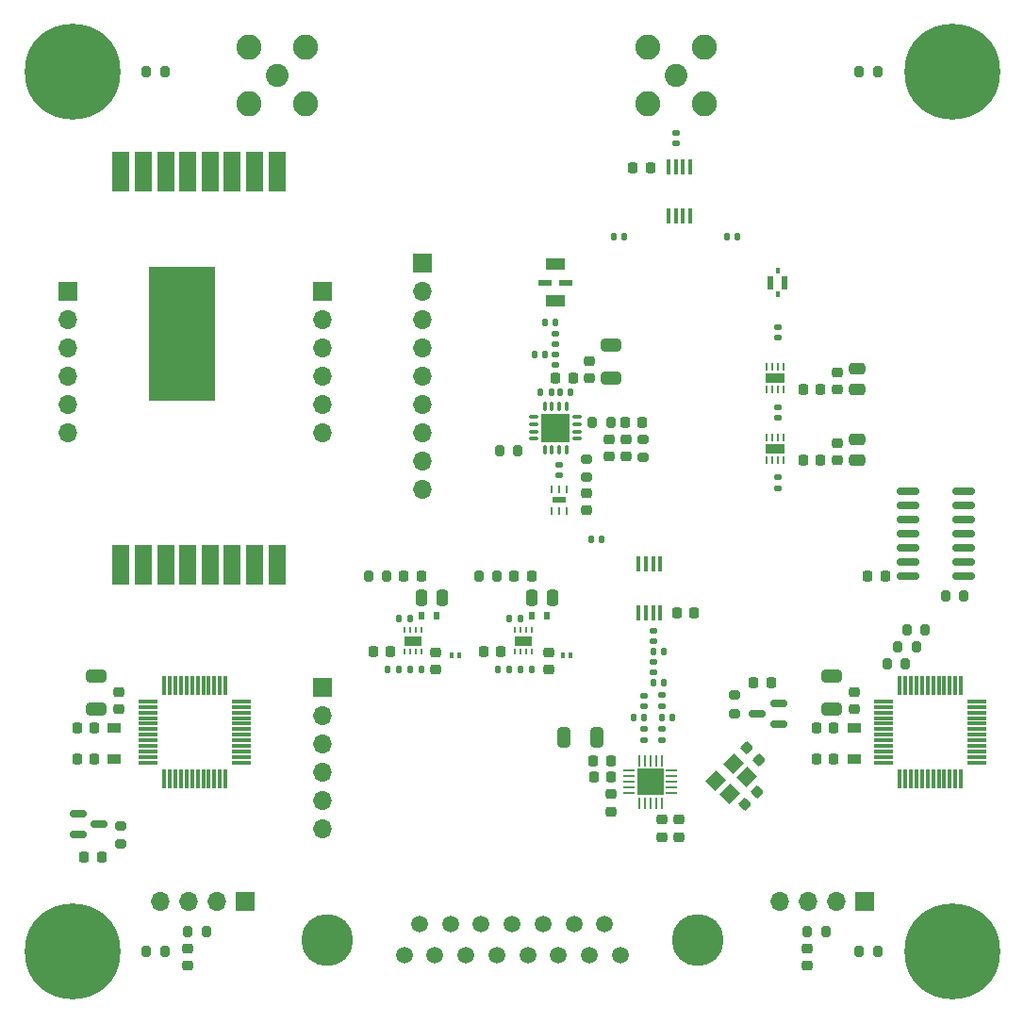
<source format=gbr>
%TF.GenerationSoftware,KiCad,Pcbnew,(6.0.8)*%
%TF.CreationDate,2023-02-25T01:36:39-08:00*%
%TF.ProjectId,RF_Board,52465f42-6f61-4726-942e-6b696361645f,rev?*%
%TF.SameCoordinates,Original*%
%TF.FileFunction,Soldermask,Top*%
%TF.FilePolarity,Negative*%
%FSLAX46Y46*%
G04 Gerber Fmt 4.6, Leading zero omitted, Abs format (unit mm)*
G04 Created by KiCad (PCBNEW (6.0.8)) date 2023-02-25 01:36:39*
%MOMM*%
%LPD*%
G01*
G04 APERTURE LIST*
G04 Aperture macros list*
%AMRoundRect*
0 Rectangle with rounded corners*
0 $1 Rounding radius*
0 $2 $3 $4 $5 $6 $7 $8 $9 X,Y pos of 4 corners*
0 Add a 4 corners polygon primitive as box body*
4,1,4,$2,$3,$4,$5,$6,$7,$8,$9,$2,$3,0*
0 Add four circle primitives for the rounded corners*
1,1,$1+$1,$2,$3*
1,1,$1+$1,$4,$5*
1,1,$1+$1,$6,$7*
1,1,$1+$1,$8,$9*
0 Add four rect primitives between the rounded corners*
20,1,$1+$1,$2,$3,$4,$5,0*
20,1,$1+$1,$4,$5,$6,$7,0*
20,1,$1+$1,$6,$7,$8,$9,0*
20,1,$1+$1,$8,$9,$2,$3,0*%
%AMRotRect*
0 Rectangle, with rotation*
0 The origin of the aperture is its center*
0 $1 length*
0 $2 width*
0 $3 Rotation angle, in degrees counterclockwise*
0 Add horizontal line*
21,1,$1,$2,0,0,$3*%
G04 Aperture macros list end*
%ADD10R,0.355600X0.558800*%
%ADD11R,0.558800X1.244600*%
%ADD12RoundRect,0.218750X0.218750X0.256250X-0.218750X0.256250X-0.218750X-0.256250X0.218750X-0.256250X0*%
%ADD13RoundRect,0.140000X0.170000X-0.140000X0.170000X0.140000X-0.170000X0.140000X-0.170000X-0.140000X0*%
%ADD14RoundRect,0.140000X-0.140000X-0.170000X0.140000X-0.170000X0.140000X0.170000X-0.140000X0.170000X0*%
%ADD15RoundRect,0.225000X-0.250000X0.225000X-0.250000X-0.225000X0.250000X-0.225000X0.250000X0.225000X0*%
%ADD16RoundRect,0.135000X0.135000X0.185000X-0.135000X0.185000X-0.135000X-0.185000X0.135000X-0.185000X0*%
%ADD17RoundRect,0.200000X0.200000X0.275000X-0.200000X0.275000X-0.200000X-0.275000X0.200000X-0.275000X0*%
%ADD18R,1.700000X1.700000*%
%ADD19O,1.700000X1.700000*%
%ADD20RoundRect,0.225000X0.225000X0.250000X-0.225000X0.250000X-0.225000X-0.250000X0.225000X-0.250000X0*%
%ADD21RoundRect,0.140000X0.140000X0.170000X-0.140000X0.170000X-0.140000X-0.170000X0.140000X-0.170000X0*%
%ADD22RoundRect,0.225000X-0.225000X-0.250000X0.225000X-0.250000X0.225000X0.250000X-0.225000X0.250000X0*%
%ADD23RotRect,1.400000X1.200000X225.000000*%
%ADD24R,0.203200X0.660400*%
%ADD25R,1.193800X0.609600*%
%ADD26RoundRect,0.218750X-0.218750X-0.256250X0.218750X-0.256250X0.218750X0.256250X-0.218750X0.256250X0*%
%ADD27RoundRect,0.250000X0.250000X0.475000X-0.250000X0.475000X-0.250000X-0.475000X0.250000X-0.475000X0*%
%ADD28RoundRect,0.011200X-0.768800X-0.128800X0.768800X-0.128800X0.768800X0.128800X-0.768800X0.128800X0*%
%ADD29RoundRect,0.011200X0.128800X-0.768800X0.128800X0.768800X-0.128800X0.768800X-0.128800X-0.768800X0*%
%ADD30RoundRect,0.250000X-0.650000X0.325000X-0.650000X-0.325000X0.650000X-0.325000X0.650000X0.325000X0*%
%ADD31RoundRect,0.250000X-0.475000X0.250000X-0.475000X-0.250000X0.475000X-0.250000X0.475000X0.250000X0*%
%ADD32RoundRect,0.200000X-0.200000X-0.275000X0.200000X-0.275000X0.200000X0.275000X-0.200000X0.275000X0*%
%ADD33RoundRect,0.225000X-0.017678X0.335876X-0.335876X0.017678X0.017678X-0.335876X0.335876X-0.017678X0*%
%ADD34C,1.500000*%
%ADD35C,4.650000*%
%ADD36RoundRect,0.200000X0.275000X-0.200000X0.275000X0.200000X-0.275000X0.200000X-0.275000X-0.200000X0*%
%ADD37RoundRect,0.075000X0.075000X-0.337500X0.075000X0.337500X-0.075000X0.337500X-0.075000X-0.337500X0*%
%ADD38RoundRect,0.075000X0.337500X-0.075000X0.337500X0.075000X-0.337500X0.075000X-0.337500X-0.075000X0*%
%ADD39R,2.500000X2.500000*%
%ADD40RoundRect,0.225000X0.250000X-0.225000X0.250000X0.225000X-0.250000X0.225000X-0.250000X-0.225000X0*%
%ADD41R,1.524000X3.556000*%
%ADD42R,6.000000X12.000000*%
%ADD43RoundRect,0.147500X-0.147500X-0.172500X0.147500X-0.172500X0.147500X0.172500X-0.147500X0.172500X0*%
%ADD44R,0.249999X0.499999*%
%ADD45R,1.599999X0.900001*%
%ADD46R,0.304800X0.558800*%
%ADD47R,0.431800X1.397000*%
%ADD48RoundRect,0.147500X0.172500X-0.147500X0.172500X0.147500X-0.172500X0.147500X-0.172500X-0.147500X0*%
%ADD49RoundRect,0.200000X-0.275000X0.200000X-0.275000X-0.200000X0.275000X-0.200000X0.275000X0.200000X0*%
%ADD50R,0.254000X0.660400*%
%ADD51R,1.651000X0.889000*%
%ADD52C,2.050000*%
%ADD53C,2.250000*%
%ADD54RoundRect,0.150000X0.587500X0.150000X-0.587500X0.150000X-0.587500X-0.150000X0.587500X-0.150000X0*%
%ADD55R,0.600000X0.700000*%
%ADD56RoundRect,0.250000X-0.325000X-0.650000X0.325000X-0.650000X0.325000X0.650000X-0.325000X0.650000X0*%
%ADD57C,0.900000*%
%ADD58C,8.600000*%
%ADD59RoundRect,0.150000X-0.587500X-0.150000X0.587500X-0.150000X0.587500X0.150000X-0.587500X0.150000X0*%
%ADD60RoundRect,0.225000X0.335876X0.017678X0.017678X0.335876X-0.335876X-0.017678X-0.017678X-0.335876X0*%
%ADD61RoundRect,0.150000X0.825000X0.150000X-0.825000X0.150000X-0.825000X-0.150000X0.825000X-0.150000X0*%
%ADD62RoundRect,0.250000X0.650000X-0.325000X0.650000X0.325000X-0.650000X0.325000X-0.650000X-0.325000X0*%
%ADD63RoundRect,0.062500X0.062500X-0.425000X0.062500X0.425000X-0.062500X0.425000X-0.062500X-0.425000X0*%
%ADD64RoundRect,0.062500X0.425000X-0.062500X0.425000X0.062500X-0.425000X0.062500X-0.425000X-0.062500X0*%
%ADD65R,2.400000X2.400000*%
%ADD66R,1.295400X0.965200*%
%ADD67R,1.803400X1.041400*%
%ADD68R,1.244600X0.609600*%
G04 APERTURE END LIST*
D10*
%TO.C,U9*%
X68830063Y-23379300D03*
D11*
X69477763Y-24408000D03*
D10*
X68830063Y-25436700D03*
D11*
X68182363Y-24408000D03*
%TD*%
D12*
%TO.C,L1*%
X72695000Y-40386000D03*
X71120000Y-40386000D03*
%TD*%
D13*
%TO.C,C35*%
X57658000Y-56656000D03*
X57658000Y-55696000D03*
%TD*%
D14*
%TO.C,C21*%
X46993004Y-30891282D03*
X47953004Y-30891282D03*
%TD*%
D15*
%TO.C,C15*%
X55245000Y-38481000D03*
X55245000Y-40031000D03*
%TD*%
D16*
%TO.C,R23*%
X35814000Y-54549000D03*
X34794000Y-54549000D03*
%TD*%
D14*
%TO.C,C29*%
X55908000Y-63500000D03*
X56868000Y-63500000D03*
%TD*%
D17*
%TO.C,R12*%
X77825000Y-5500000D03*
X76175000Y-5500000D03*
%TD*%
D12*
%TO.C,D6*%
X8122500Y-75971000D03*
X6547500Y-75971000D03*
%TD*%
D18*
%TO.C,J6*%
X27949000Y-25168000D03*
D19*
X27949000Y-27708000D03*
X27949000Y-30248000D03*
X27949000Y-32788000D03*
X27949000Y-35328000D03*
X27949000Y-37868000D03*
%TD*%
D20*
%TO.C,R5*%
X53873000Y-68834000D03*
X52323000Y-68834000D03*
%TD*%
D21*
%TO.C,C1*%
X53058000Y-47498000D03*
X52098000Y-47498000D03*
%TD*%
D22*
%TO.C,C41*%
X72307000Y-67157600D03*
X73857000Y-67157600D03*
%TD*%
D14*
%TO.C,C22*%
X47935000Y-27966000D03*
X48895000Y-27966000D03*
%TD*%
D23*
%TO.C,Y1*%
X66057865Y-68784315D03*
X64502230Y-70339950D03*
X63300149Y-69137869D03*
X64855784Y-67582234D03*
%TD*%
D22*
%TO.C,C23*%
X55109000Y-36957000D03*
X56659000Y-36957000D03*
%TD*%
D21*
%TO.C,C32*%
X58618000Y-57550000D03*
X57658000Y-57550000D03*
%TD*%
D15*
%TO.C,C55*%
X71501000Y-84201000D03*
X71501000Y-85751000D03*
%TD*%
D24*
%TO.C,U6*%
X48564800Y-44923900D03*
X49225200Y-44923900D03*
X49885600Y-44923900D03*
X49885600Y-42968100D03*
X49225200Y-42968100D03*
X48564800Y-42968100D03*
D25*
X49225200Y-43946000D03*
%TD*%
D15*
%TO.C,C47*%
X58420000Y-72645000D03*
X58420000Y-74195000D03*
%TD*%
D26*
%TO.C,D4*%
X45161000Y-50800000D03*
X46736000Y-50800000D03*
%TD*%
D17*
%TO.C,R2*%
X45518000Y-39497000D03*
X43868000Y-39497000D03*
%TD*%
D27*
%TO.C,C50*%
X48636000Y-52705000D03*
X46736000Y-52705000D03*
%TD*%
D15*
%TO.C,C54*%
X51689000Y-43307000D03*
X51689000Y-44857000D03*
%TD*%
D28*
%TO.C,U2*%
X78370000Y-62020000D03*
X78370000Y-62520000D03*
X78370000Y-63020000D03*
X78370000Y-63520000D03*
X78370000Y-64020000D03*
X78370000Y-64520000D03*
X78370000Y-65020000D03*
X78370000Y-65520000D03*
X78370000Y-66020000D03*
X78370000Y-66520000D03*
X78370000Y-67020000D03*
X78370000Y-67520000D03*
D29*
X79800000Y-68950000D03*
X80300000Y-68950000D03*
X80800000Y-68950000D03*
X81300000Y-68950000D03*
X81800000Y-68950000D03*
X82300000Y-68950000D03*
X82800000Y-68950000D03*
X83300000Y-68950000D03*
X83800000Y-68950000D03*
X84300000Y-68950000D03*
X84800000Y-68950000D03*
X85300000Y-68950000D03*
D28*
X86730000Y-67520000D03*
X86730000Y-67020000D03*
X86730000Y-66520000D03*
X86730000Y-66020000D03*
X86730000Y-65520000D03*
X86730000Y-65020000D03*
X86730000Y-64520000D03*
X86730000Y-64020000D03*
X86730000Y-63520000D03*
X86730000Y-63020000D03*
X86730000Y-62520000D03*
X86730000Y-62020000D03*
D29*
X85300000Y-60590000D03*
X84800000Y-60590000D03*
X84300000Y-60590000D03*
X83800000Y-60590000D03*
X83300000Y-60590000D03*
X82800000Y-60590000D03*
X82300000Y-60590000D03*
X81800000Y-60590000D03*
X81300000Y-60590000D03*
X80800000Y-60590000D03*
X80300000Y-60590000D03*
X79800000Y-60590000D03*
%TD*%
D17*
%TO.C,R25*%
X17525000Y-82677000D03*
X15875000Y-82677000D03*
%TD*%
D26*
%TO.C,D5*%
X66675000Y-60325000D03*
X68250000Y-60325000D03*
%TD*%
D22*
%TO.C,C42*%
X5943000Y-64414400D03*
X7493000Y-64414400D03*
%TD*%
D27*
%TO.C,C53*%
X38730000Y-52705000D03*
X36830000Y-52705000D03*
%TD*%
D30*
%TO.C,C39*%
X73660000Y-59788000D03*
X73660000Y-62738000D03*
%TD*%
D31*
%TO.C,C7*%
X75946000Y-38486000D03*
X75946000Y-40386000D03*
%TD*%
D32*
%TO.C,R13*%
X12175000Y-5500000D03*
X13825000Y-5500000D03*
%TD*%
D33*
%TO.C,C33*%
X67009016Y-70150984D03*
X65913000Y-71247000D03*
%TD*%
D18*
%TO.C,J9*%
X36949000Y-22628000D03*
D19*
X36949000Y-25168000D03*
X36949000Y-27708000D03*
X36949000Y-30248000D03*
X36949000Y-32788000D03*
X36949000Y-35328000D03*
X36949000Y-37868000D03*
X36949000Y-40408000D03*
X36949000Y-42948000D03*
%TD*%
D13*
%TO.C,C28*%
X56868000Y-65480000D03*
X56868000Y-64520000D03*
%TD*%
%TO.C,C9*%
X49225200Y-41755000D03*
X49225200Y-40795000D03*
%TD*%
D34*
%TO.C,J8*%
X35305000Y-84840000D03*
X38075000Y-84840000D03*
X40845000Y-84840000D03*
X43615000Y-84840000D03*
X46385000Y-84840000D03*
X49155000Y-84840000D03*
X51925000Y-84840000D03*
X54695000Y-84840000D03*
X36690000Y-82000000D03*
X39460000Y-82000000D03*
X42230000Y-82000000D03*
X45000000Y-82000000D03*
X47770000Y-82000000D03*
X50540000Y-82000000D03*
X53310000Y-82000000D03*
D35*
X28350000Y-83420000D03*
X61650000Y-83420000D03*
%TD*%
D36*
%TO.C,R3*%
X51689000Y-41909000D03*
X51689000Y-40259000D03*
%TD*%
D18*
%TO.C,J7*%
X27949000Y-60728000D03*
D19*
X27949000Y-63268000D03*
X27949000Y-65808000D03*
X27949000Y-68348000D03*
X27949000Y-70888000D03*
X27949000Y-73428000D03*
%TD*%
D37*
%TO.C,U7*%
X47920000Y-39402500D03*
X48570000Y-39402500D03*
X49220000Y-39402500D03*
X49870000Y-39402500D03*
D38*
X50832500Y-38440000D03*
X50832500Y-37790000D03*
X50832500Y-37140000D03*
X50832500Y-36490000D03*
D37*
X49870000Y-35527500D03*
X49220000Y-35527500D03*
X48570000Y-35527500D03*
X47920000Y-35527500D03*
D38*
X46957500Y-36490000D03*
X46957500Y-37140000D03*
X46957500Y-37790000D03*
X46957500Y-38440000D03*
D39*
X48895000Y-37465000D03*
%TD*%
D22*
%TO.C,C12*%
X59811499Y-54102000D03*
X61361499Y-54102000D03*
%TD*%
D18*
%TO.C,J5*%
X5089000Y-25168000D03*
D19*
X5089000Y-27708000D03*
X5089000Y-30248000D03*
X5089000Y-32788000D03*
X5089000Y-35328000D03*
X5089000Y-37868000D03*
%TD*%
D40*
%TO.C,C38*%
X75692000Y-62738000D03*
X75692000Y-61188000D03*
%TD*%
D17*
%TO.C,R24*%
X73151000Y-82677000D03*
X71501000Y-82677000D03*
%TD*%
D41*
%TO.C,U13*%
X9876000Y-49784000D03*
X11876000Y-49784000D03*
X13876000Y-49784000D03*
X15876000Y-49784000D03*
X17876000Y-49784000D03*
X19876000Y-49784000D03*
X21876000Y-49784000D03*
X23876000Y-49784000D03*
X9876000Y-14478000D03*
X11876000Y-14478000D03*
X13876000Y-14478000D03*
X15876000Y-14478000D03*
X17876000Y-14478000D03*
X19876000Y-14478000D03*
X21876000Y-14478000D03*
X23876000Y-14478000D03*
D42*
X15376000Y-28978000D03*
%TD*%
D13*
%TO.C,C2*%
X68834000Y-42870000D03*
X68834000Y-41910000D03*
%TD*%
D43*
%TO.C,L4*%
X58420000Y-63500000D03*
X59390000Y-63500000D03*
%TD*%
D44*
%TO.C,U15*%
X35331002Y-57531001D03*
X35831001Y-57531001D03*
X36331003Y-57531001D03*
X36831001Y-57531001D03*
X36831001Y-55630999D03*
X36331003Y-55630999D03*
X35831001Y-55630999D03*
X35331002Y-55630999D03*
D45*
X36081000Y-56581000D03*
%TD*%
D46*
%TO.C,D1*%
X49576401Y-57850999D03*
X50271599Y-57850999D03*
%TD*%
D15*
%TO.C,C36*%
X53848000Y-70358000D03*
X53848000Y-71908000D03*
%TD*%
D13*
%TO.C,C27*%
X58420000Y-65480000D03*
X58420000Y-64520000D03*
%TD*%
D15*
%TO.C,C26*%
X59944000Y-72645000D03*
X59944000Y-74195000D03*
%TD*%
D47*
%TO.C,U4*%
X56358000Y-54102000D03*
X57007998Y-54102000D03*
X57658000Y-54102000D03*
X58307998Y-54102000D03*
X58307998Y-49707800D03*
X57658000Y-49707800D03*
X57007998Y-49707800D03*
X56358000Y-49707800D03*
%TD*%
D20*
%TO.C,C13*%
X57404000Y-14097000D03*
X55854000Y-14097000D03*
%TD*%
D22*
%TO.C,C46*%
X52298000Y-67360000D03*
X53848000Y-67360000D03*
%TD*%
D48*
%TO.C,L6*%
X57658000Y-59436000D03*
X57658000Y-58466000D03*
%TD*%
D32*
%TO.C,R14*%
X12175000Y-84500000D03*
X13825000Y-84500000D03*
%TD*%
D21*
%TO.C,C31*%
X58618000Y-60325000D03*
X57658000Y-60325000D03*
%TD*%
D49*
%TO.C,R16*%
X64922500Y-61469000D03*
X64922500Y-63119000D03*
%TD*%
D50*
%TO.C,U10*%
X69330189Y-38310300D03*
X68830063Y-38310300D03*
X68329937Y-38310300D03*
X67829811Y-38310300D03*
X67829811Y-40367700D03*
X68329937Y-40367700D03*
X68830063Y-40367700D03*
X69330189Y-40367700D03*
D51*
X68580000Y-39339000D03*
%TD*%
D13*
%TO.C,C30*%
X58420000Y-62428000D03*
X58420000Y-61468000D03*
%TD*%
D15*
%TO.C,C14*%
X53721000Y-38481000D03*
X53721000Y-40031000D03*
%TD*%
D32*
%TO.C,R4*%
X52197000Y-36957000D03*
X53847000Y-36957000D03*
%TD*%
D44*
%TO.C,U14*%
X45237002Y-57531000D03*
X45737001Y-57531000D03*
X46237003Y-57531000D03*
X46737001Y-57531000D03*
X46737001Y-55630998D03*
X46237003Y-55630998D03*
X45737001Y-55630998D03*
X45237002Y-55630998D03*
D45*
X45987000Y-56580999D03*
%TD*%
D16*
%TO.C,R20*%
X45720000Y-54548999D03*
X44700000Y-54548999D03*
%TD*%
D15*
%TO.C,C51*%
X38113003Y-57645000D03*
X38113003Y-59195000D03*
%TD*%
D48*
%TO.C,L5*%
X56868000Y-62461000D03*
X56868000Y-61491000D03*
%TD*%
D31*
%TO.C,C10*%
X75946000Y-32136000D03*
X75946000Y-34036000D03*
%TD*%
D32*
%TO.C,R8*%
X80455000Y-55626000D03*
X82105000Y-55626000D03*
%TD*%
D16*
%TO.C,R21*%
X36843000Y-59121000D03*
X35823000Y-59121000D03*
%TD*%
D15*
%TO.C,C8*%
X74168000Y-38836000D03*
X74168000Y-40386000D03*
%TD*%
D17*
%TO.C,R6*%
X33756500Y-50800000D03*
X32106500Y-50800000D03*
%TD*%
D32*
%TO.C,R9*%
X78677000Y-58674000D03*
X80327000Y-58674000D03*
%TD*%
D52*
%TO.C,J3*%
X23876000Y-5842000D03*
D53*
X26416000Y-8382000D03*
X21336000Y-8382000D03*
X26416000Y-3302000D03*
X21336000Y-3302000D03*
%TD*%
D21*
%TO.C,C6*%
X65250000Y-20320000D03*
X64290000Y-20320000D03*
%TD*%
D54*
%TO.C,Q1*%
X68908000Y-64069000D03*
X68908000Y-62169000D03*
X67033000Y-63119000D03*
%TD*%
D15*
%TO.C,C11*%
X74168000Y-32486000D03*
X74168000Y-34036000D03*
%TD*%
D55*
%TO.C,D2*%
X46736000Y-54356000D03*
X48136000Y-54356000D03*
%TD*%
D56*
%TO.C,C37*%
X49628000Y-65278000D03*
X52578000Y-65278000D03*
%TD*%
D22*
%TO.C,C44*%
X5943000Y-67157600D03*
X7493000Y-67157600D03*
%TD*%
D16*
%TO.C,R18*%
X46749000Y-59120999D03*
X45729000Y-59120999D03*
%TD*%
D14*
%TO.C,C5*%
X54130000Y-20320000D03*
X55090000Y-20320000D03*
%TD*%
D13*
%TO.C,C4*%
X68830063Y-29388000D03*
X68830063Y-28428000D03*
%TD*%
D57*
%TO.C,H3*%
X5500000Y-81275000D03*
X7780419Y-82219581D03*
X8725000Y-84500000D03*
X5500000Y-87725000D03*
D58*
X5500000Y-84500000D03*
D57*
X7780419Y-86780419D03*
X3219581Y-86780419D03*
X3219581Y-82219581D03*
X2275000Y-84500000D03*
%TD*%
D32*
%TO.C,R10*%
X79634000Y-57150000D03*
X81284000Y-57150000D03*
%TD*%
D40*
%TO.C,C19*%
X51943000Y-33020000D03*
X51943000Y-31470000D03*
%TD*%
D28*
%TO.C,U1*%
X12330000Y-62020000D03*
X12330000Y-62520000D03*
X12330000Y-63020000D03*
X12330000Y-63520000D03*
X12330000Y-64020000D03*
X12330000Y-64520000D03*
X12330000Y-65020000D03*
X12330000Y-65520000D03*
X12330000Y-66020000D03*
X12330000Y-66520000D03*
X12330000Y-67020000D03*
X12330000Y-67520000D03*
D29*
X13760000Y-68950000D03*
X14260000Y-68950000D03*
X14760000Y-68950000D03*
X15260000Y-68950000D03*
X15760000Y-68950000D03*
X16260000Y-68950000D03*
X16760000Y-68950000D03*
X17260000Y-68950000D03*
X17760000Y-68950000D03*
X18260000Y-68950000D03*
X18760000Y-68950000D03*
X19260000Y-68950000D03*
D28*
X20690000Y-67520000D03*
X20690000Y-67020000D03*
X20690000Y-66520000D03*
X20690000Y-66020000D03*
X20690000Y-65520000D03*
X20690000Y-65020000D03*
X20690000Y-64520000D03*
X20690000Y-64020000D03*
X20690000Y-63520000D03*
X20690000Y-63020000D03*
X20690000Y-62520000D03*
X20690000Y-62020000D03*
D29*
X19260000Y-60590000D03*
X18760000Y-60590000D03*
X18260000Y-60590000D03*
X17760000Y-60590000D03*
X17260000Y-60590000D03*
X16760000Y-60590000D03*
X16260000Y-60590000D03*
X15760000Y-60590000D03*
X15260000Y-60590000D03*
X14760000Y-60590000D03*
X14260000Y-60590000D03*
X13760000Y-60590000D03*
%TD*%
D16*
%TO.C,R22*%
X34811000Y-59121000D03*
X33791000Y-59121000D03*
%TD*%
D57*
%TO.C,H4*%
X82219581Y-86780419D03*
X82219581Y-82219581D03*
X84500000Y-87725000D03*
X81275000Y-84500000D03*
X86780419Y-82219581D03*
X87725000Y-84500000D03*
X86780419Y-86780419D03*
X84500000Y-81275000D03*
D58*
X84500000Y-84500000D03*
%TD*%
D59*
%TO.C,Q2*%
X6047500Y-72075000D03*
X6047500Y-73975000D03*
X7922500Y-73025000D03*
%TD*%
D17*
%TO.C,R11*%
X85552000Y-52578000D03*
X83902000Y-52578000D03*
%TD*%
%TO.C,R7*%
X43662500Y-50800000D03*
X42012500Y-50800000D03*
%TD*%
D58*
%TO.C,H2*%
X5500000Y-5500000D03*
D57*
X3219581Y-7780419D03*
X2275000Y-5500000D03*
X3219581Y-3219581D03*
X7780419Y-3219581D03*
X5500000Y-8725000D03*
X5500000Y-2275000D03*
X8725000Y-5500000D03*
X7780419Y-7780419D03*
%TD*%
D20*
%TO.C,C52*%
X34049000Y-57531000D03*
X32499000Y-57531000D03*
%TD*%
D60*
%TO.C,C34*%
X66040000Y-66167000D03*
X67136016Y-67263016D03*
%TD*%
D50*
%TO.C,U11*%
X69330189Y-31991300D03*
X68830063Y-31991300D03*
X68329937Y-31991300D03*
X67829811Y-31991300D03*
X67829811Y-34048700D03*
X68329937Y-34048700D03*
X68830063Y-34048700D03*
X69330189Y-34048700D03*
D51*
X68580000Y-33020000D03*
%TD*%
D49*
%TO.C,R1*%
X56769000Y-38481000D03*
X56769000Y-40131000D03*
%TD*%
D40*
%TO.C,C43*%
X9652000Y-62738000D03*
X9652000Y-61188000D03*
%TD*%
D20*
%TO.C,C49*%
X43968000Y-57531000D03*
X42418000Y-57531000D03*
%TD*%
%TO.C,C25*%
X78486000Y-50800000D03*
X76936000Y-50800000D03*
%TD*%
D15*
%TO.C,C56*%
X15875000Y-84201000D03*
X15875000Y-85751000D03*
%TD*%
D13*
%TO.C,C3*%
X68830063Y-36548000D03*
X68830063Y-35588000D03*
%TD*%
D18*
%TO.C,J2*%
X76620000Y-80000000D03*
D19*
X74080000Y-80000000D03*
X71540000Y-80000000D03*
X69000000Y-80000000D03*
%TD*%
D55*
%TO.C,D8*%
X36830000Y-54356000D03*
X38230000Y-54356000D03*
%TD*%
D15*
%TO.C,C48*%
X48273006Y-57645000D03*
X48273006Y-59195000D03*
%TD*%
D47*
%TO.C,U5*%
X60990000Y-14058900D03*
X60340002Y-14058900D03*
X59690000Y-14058900D03*
X59040002Y-14058900D03*
X59040002Y-18453100D03*
X59690000Y-18453100D03*
X60340002Y-18453100D03*
X60990000Y-18453100D03*
%TD*%
D14*
%TO.C,C16*%
X49276000Y-34290000D03*
X50236000Y-34290000D03*
%TD*%
D52*
%TO.C,J1*%
X59690000Y-5842000D03*
D53*
X57150000Y-3302000D03*
X62230000Y-8382000D03*
X57150000Y-8382000D03*
X62230000Y-3302000D03*
%TD*%
D61*
%TO.C,U12*%
X85533000Y-50800000D03*
X85533000Y-49530000D03*
X85533000Y-48260000D03*
X85533000Y-46990000D03*
X85533000Y-45720000D03*
X85533000Y-44450000D03*
X85533000Y-43180000D03*
X80583000Y-43180000D03*
X80583000Y-44450000D03*
X80583000Y-45720000D03*
X80583000Y-46990000D03*
X80583000Y-48260000D03*
X80583000Y-49530000D03*
X80583000Y-50800000D03*
%TD*%
D48*
%TO.C,L3*%
X48895000Y-29980000D03*
X48895000Y-29010000D03*
%TD*%
D62*
%TO.C,C18*%
X53848000Y-33020000D03*
X53848000Y-30070000D03*
%TD*%
D63*
%TO.C,U3*%
X56404000Y-71137500D03*
X56904000Y-71137500D03*
X57404000Y-71137500D03*
X57904000Y-71137500D03*
X58404000Y-71137500D03*
D64*
X59291500Y-70250000D03*
X59291500Y-69750000D03*
X59291500Y-69250000D03*
X59291500Y-68750000D03*
X59291500Y-68250000D03*
D63*
X58404000Y-67362500D03*
X57904000Y-67362500D03*
X57404000Y-67362500D03*
X56904000Y-67362500D03*
X56404000Y-67362500D03*
D64*
X55516500Y-68250000D03*
X55516500Y-68750000D03*
X55516500Y-69250000D03*
X55516500Y-69750000D03*
X55516500Y-70250000D03*
D65*
X57404000Y-69250000D03*
%TD*%
D66*
%TO.C,Y3*%
X9271000Y-64414400D03*
X9271000Y-67157600D03*
%TD*%
D26*
%TO.C,D3*%
X35255000Y-50800000D03*
X36830000Y-50800000D03*
%TD*%
D21*
%TO.C,C17*%
X48514000Y-34290000D03*
X47554000Y-34290000D03*
%TD*%
D67*
%TO.C,U8*%
X48895000Y-26035000D03*
D68*
X49822100Y-24409400D03*
D67*
X48895000Y-22783800D03*
D68*
X47967900Y-24409400D03*
%TD*%
D13*
%TO.C,C20*%
X48895000Y-31849000D03*
X48895000Y-30889000D03*
%TD*%
D66*
%TO.C,Y2*%
X75692000Y-64414400D03*
X75692000Y-67157600D03*
%TD*%
D22*
%TO.C,C40*%
X72307000Y-64414400D03*
X73857000Y-64414400D03*
%TD*%
D36*
%TO.C,R17*%
X9875000Y-74827000D03*
X9875000Y-73177000D03*
%TD*%
D16*
%TO.C,R19*%
X44717000Y-59120999D03*
X43697000Y-59120999D03*
%TD*%
D13*
%TO.C,C24*%
X59690000Y-11910000D03*
X59690000Y-10950000D03*
%TD*%
D17*
%TO.C,R15*%
X77825000Y-84500000D03*
X76175000Y-84500000D03*
%TD*%
D18*
%TO.C,J4*%
X21000000Y-80000000D03*
D19*
X18460000Y-80000000D03*
X15920000Y-80000000D03*
X13380000Y-80000000D03*
%TD*%
D57*
%TO.C,H1*%
X84500000Y-8725000D03*
X81275000Y-5500000D03*
X86780419Y-7780419D03*
X87725000Y-5500000D03*
X86780419Y-3219581D03*
D58*
X84500000Y-5500000D03*
D57*
X82219581Y-7780419D03*
X84500000Y-2275000D03*
X82219581Y-3219581D03*
%TD*%
D12*
%TO.C,L2*%
X72695000Y-34036000D03*
X71120000Y-34036000D03*
%TD*%
%TO.C,L7*%
X50470000Y-33020000D03*
X48895000Y-33020000D03*
%TD*%
D30*
%TO.C,C45*%
X7620000Y-59788000D03*
X7620000Y-62738000D03*
%TD*%
D46*
%TO.C,D7*%
X39543404Y-57851000D03*
X40238602Y-57851000D03*
%TD*%
M02*

</source>
